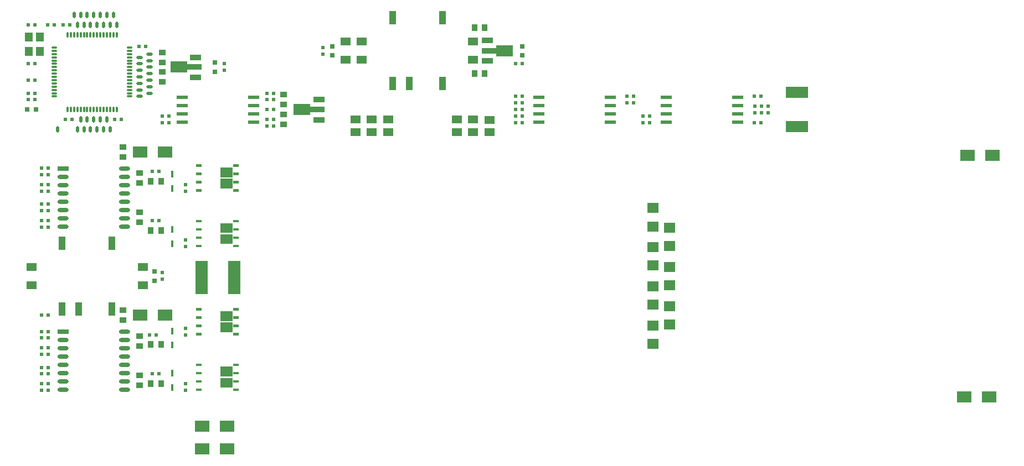
<source format=gtp>
G04*
G04 #@! TF.GenerationSoftware,Altium Limited,Altium Designer,18.1.7 (191)*
G04*
G04 Layer_Color=8421504*
%FSLAX44Y44*%
%MOMM*%
G71*
G01*
G75*
%ADD15R,0.6000X0.6000*%
%ADD16R,0.8000X0.8000*%
%ADD17R,0.6000X0.6000*%
%ADD18R,2.2000X1.8000*%
%ADD19R,1.8500X5.2000*%
%ADD20R,3.4000X1.8000*%
%ADD21R,0.9800X0.9300*%
%ADD22R,1.5000X1.2000*%
%ADD23R,1.8000X0.6000*%
%ADD24R,1.8000X1.6000*%
%ADD25R,1.0000X2.1000*%
%ADD26R,1.2000X1.4000*%
%ADD27R,1.7000X0.6500*%
%ADD28O,1.7000X0.6500*%
%ADD29R,2.6000X1.7000*%
%ADD30R,1.7000X0.9000*%
%ADD31R,2.5000X0.9000*%
G04:AMPARAMS|DCode=32|XSize=0.3mm|YSize=0.8mm|CornerRadius=0.075mm|HoleSize=0mm|Usage=FLASHONLY|Rotation=180.000|XOffset=0mm|YOffset=0mm|HoleType=Round|Shape=RoundedRectangle|*
%AMROUNDEDRECTD32*
21,1,0.3000,0.6500,0,0,180.0*
21,1,0.1500,0.8000,0,0,180.0*
1,1,0.1500,-0.0750,0.3250*
1,1,0.1500,0.0750,0.3250*
1,1,0.1500,0.0750,-0.3250*
1,1,0.1500,-0.0750,-0.3250*
%
%ADD32ROUNDEDRECTD32*%
G04:AMPARAMS|DCode=33|XSize=0.3mm|YSize=0.8mm|CornerRadius=0.075mm|HoleSize=0mm|Usage=FLASHONLY|Rotation=90.000|XOffset=0mm|YOffset=0mm|HoleType=Round|Shape=RoundedRectangle|*
%AMROUNDEDRECTD33*
21,1,0.3000,0.6500,0,0,90.0*
21,1,0.1500,0.8000,0,0,90.0*
1,1,0.1500,0.3250,0.0750*
1,1,0.1500,0.3250,-0.0750*
1,1,0.1500,-0.3250,-0.0750*
1,1,0.1500,-0.3250,0.0750*
%
%ADD33ROUNDEDRECTD33*%
%ADD34R,0.8000X0.8000*%
%ADD35O,0.5000X1.0000*%
%ADD36O,1.0000X0.5000*%
%ADD37R,1.5000X1.3000*%
%ADD38R,0.4500X1.0000*%
%ADD39R,0.9300X0.9800*%
G36*
X851780Y367050D02*
X843530D01*
Y371050D01*
X851780D01*
Y367050D01*
D02*
G37*
G36*
X794520D02*
X786270D01*
Y371050D01*
X794520D01*
Y367050D01*
D02*
G37*
G36*
X851780Y354350D02*
X843530D01*
Y358350D01*
X851780D01*
Y354350D01*
D02*
G37*
G36*
X794520D02*
X786270D01*
Y358350D01*
X794520D01*
Y354350D01*
D02*
G37*
G36*
X842275Y351000D02*
X823275D01*
Y366000D01*
X842275D01*
Y351000D01*
D02*
G37*
G36*
X851780Y341650D02*
X843530D01*
Y345650D01*
X851780D01*
Y341650D01*
D02*
G37*
G36*
X794520D02*
X786270D01*
Y345650D01*
X794520D01*
Y341650D01*
D02*
G37*
G36*
X842275Y334000D02*
X823275D01*
Y349000D01*
X842275D01*
Y334000D01*
D02*
G37*
G36*
X851780Y328950D02*
X843530D01*
Y332950D01*
X851780D01*
Y328950D01*
D02*
G37*
G36*
X794520D02*
X786270D01*
Y332950D01*
X794520D01*
Y328950D01*
D02*
G37*
G36*
X851780Y452050D02*
X843530D01*
Y456050D01*
X851780D01*
Y452050D01*
D02*
G37*
G36*
X794520D02*
X786270D01*
Y456050D01*
X794520D01*
Y452050D01*
D02*
G37*
G36*
X851780Y439350D02*
X843530D01*
Y443350D01*
X851780D01*
Y439350D01*
D02*
G37*
G36*
X794520D02*
X786270D01*
Y443350D01*
X794520D01*
Y439350D01*
D02*
G37*
G36*
X842275Y436000D02*
X823275D01*
Y451000D01*
X842275D01*
Y436000D01*
D02*
G37*
G36*
X851780Y426650D02*
X843530D01*
Y430650D01*
X851780D01*
Y426650D01*
D02*
G37*
G36*
X794520D02*
X786270D01*
Y430650D01*
X794520D01*
Y426650D01*
D02*
G37*
G36*
X842275Y419000D02*
X823275D01*
Y434000D01*
X842275D01*
Y419000D01*
D02*
G37*
G36*
X851780Y413950D02*
X843530D01*
Y417950D01*
X851780D01*
Y413950D01*
D02*
G37*
G36*
X794520D02*
X786270D01*
Y417950D01*
X794520D01*
Y413950D01*
D02*
G37*
G36*
X851780Y587050D02*
X843530D01*
Y591050D01*
X851780D01*
Y587050D01*
D02*
G37*
G36*
X794520D02*
X786270D01*
Y591050D01*
X794520D01*
Y587050D01*
D02*
G37*
G36*
X851780Y574350D02*
X843530D01*
Y578350D01*
X851780D01*
Y574350D01*
D02*
G37*
G36*
X794520D02*
X786270D01*
Y578350D01*
X794520D01*
Y574350D01*
D02*
G37*
G36*
X842275Y571000D02*
X823275D01*
Y586000D01*
X842275D01*
Y571000D01*
D02*
G37*
G36*
X851780Y561650D02*
X843530D01*
Y565650D01*
X851780D01*
Y561650D01*
D02*
G37*
G36*
X794520D02*
X786270D01*
Y565650D01*
X794520D01*
Y561650D01*
D02*
G37*
G36*
X842275Y554000D02*
X823275D01*
Y569000D01*
X842275D01*
Y554000D01*
D02*
G37*
G36*
X851780Y548950D02*
X843530D01*
Y552950D01*
X851780D01*
Y548950D01*
D02*
G37*
G36*
X794520D02*
X786270D01*
Y552950D01*
X794520D01*
Y548950D01*
D02*
G37*
G36*
X851780Y672050D02*
X843530D01*
Y676050D01*
X851780D01*
Y672050D01*
D02*
G37*
G36*
X794520D02*
X786270D01*
Y676050D01*
X794520D01*
Y672050D01*
D02*
G37*
G36*
X851780Y659350D02*
X843530D01*
Y663350D01*
X851780D01*
Y659350D01*
D02*
G37*
G36*
X794520D02*
X786270D01*
Y663350D01*
X794520D01*
Y659350D01*
D02*
G37*
G36*
X842275Y656000D02*
X823275D01*
Y671000D01*
X842275D01*
Y656000D01*
D02*
G37*
G36*
X851780Y646650D02*
X843530D01*
Y650650D01*
X851780D01*
Y646650D01*
D02*
G37*
G36*
X794520D02*
X786270D01*
Y650650D01*
X794520D01*
Y646650D01*
D02*
G37*
G36*
X842275Y639000D02*
X823275D01*
Y654000D01*
X842275D01*
Y639000D01*
D02*
G37*
G36*
X851780Y633950D02*
X843530D01*
Y637950D01*
X851780D01*
Y633950D01*
D02*
G37*
G36*
X794520D02*
X786270D01*
Y637950D01*
X794520D01*
Y633950D01*
D02*
G37*
D15*
X830000Y819920D02*
D03*
Y830080D02*
D03*
X980000Y844920D02*
D03*
Y855080D02*
D03*
X735000Y510080D02*
D03*
Y499920D02*
D03*
X770000Y329920D02*
D03*
Y340080D02*
D03*
Y414920D02*
D03*
Y425080D02*
D03*
Y549920D02*
D03*
Y560080D02*
D03*
Y634920D02*
D03*
Y645080D02*
D03*
X735000Y750080D02*
D03*
Y739920D02*
D03*
X745000Y750080D02*
D03*
Y739920D02*
D03*
X1641000Y765080D02*
D03*
Y754920D02*
D03*
D16*
X815000Y832000D02*
D03*
Y818000D02*
D03*
X995000Y857000D02*
D03*
Y843000D02*
D03*
X723000Y512000D02*
D03*
Y498000D02*
D03*
X1285000Y843000D02*
D03*
Y857000D02*
D03*
D17*
X1285080Y830000D02*
D03*
X1274920D02*
D03*
X529920Y775000D02*
D03*
X540080D02*
D03*
X730080Y355000D02*
D03*
X719920D02*
D03*
X725080Y415000D02*
D03*
X714920D02*
D03*
X730080Y590000D02*
D03*
X719920D02*
D03*
X730080Y665000D02*
D03*
X719920D02*
D03*
X1274920Y760000D02*
D03*
X1285080D02*
D03*
Y740000D02*
D03*
X1274920D02*
D03*
X1661080Y765000D02*
D03*
X1650920D02*
D03*
X1661080Y755000D02*
D03*
X1650920D02*
D03*
X1469920Y740000D02*
D03*
X1480080D02*
D03*
X1470000Y750000D02*
D03*
X1480160D02*
D03*
X1455080Y770000D02*
D03*
X1444920D02*
D03*
X1455080Y780000D02*
D03*
X1444920D02*
D03*
X1639920D02*
D03*
X1650080D02*
D03*
Y740000D02*
D03*
X1639920D02*
D03*
X1274920Y780000D02*
D03*
X1285080D02*
D03*
Y770000D02*
D03*
X1274920D02*
D03*
X905080Y735000D02*
D03*
X894920D02*
D03*
X905080Y745000D02*
D03*
X894920D02*
D03*
Y785000D02*
D03*
X905080D02*
D03*
X905080Y760000D02*
D03*
X894920D02*
D03*
X894920Y775000D02*
D03*
X905080D02*
D03*
X1285080Y750000D02*
D03*
X1274920D02*
D03*
X529920Y805000D02*
D03*
X540080D02*
D03*
X593080Y890000D02*
D03*
X582920D02*
D03*
X559920D02*
D03*
X570080D02*
D03*
X529920Y785000D02*
D03*
X540080D02*
D03*
X586920Y745000D02*
D03*
X597080D02*
D03*
X709080Y857000D02*
D03*
X698920D02*
D03*
X661920Y745000D02*
D03*
X672080D02*
D03*
X540080Y890000D02*
D03*
X529920D02*
D03*
Y830000D02*
D03*
X540080D02*
D03*
X560080Y330000D02*
D03*
X549920D02*
D03*
X560080Y340000D02*
D03*
X549920D02*
D03*
X560080Y445000D02*
D03*
X549920D02*
D03*
X560080Y385000D02*
D03*
X549920D02*
D03*
X560080Y410000D02*
D03*
X549920D02*
D03*
Y420000D02*
D03*
X560080D02*
D03*
X549920Y355000D02*
D03*
X560080D02*
D03*
Y365000D02*
D03*
X549920D02*
D03*
X560080Y590000D02*
D03*
X549920D02*
D03*
X560080Y580000D02*
D03*
X549920D02*
D03*
Y605000D02*
D03*
X560080D02*
D03*
X549920Y615000D02*
D03*
X560080D02*
D03*
Y670000D02*
D03*
X549920D02*
D03*
Y660000D02*
D03*
X560080D02*
D03*
Y635000D02*
D03*
X549920D02*
D03*
Y395000D02*
D03*
X560080D02*
D03*
X549920Y645000D02*
D03*
X560080D02*
D03*
D18*
X796000Y240000D02*
D03*
X834000D02*
D03*
X796000Y275000D02*
D03*
X834000D02*
D03*
X1966000Y690000D02*
D03*
X2004000D02*
D03*
X1961000Y320000D02*
D03*
X1999000D02*
D03*
X739000Y445000D02*
D03*
X701000D02*
D03*
X739000Y695000D02*
D03*
X701000D02*
D03*
D19*
X794750Y502500D02*
D03*
X845250D02*
D03*
D20*
X1705000Y786000D02*
D03*
Y734000D02*
D03*
D21*
X735000Y802300D02*
D03*
Y817700D02*
D03*
X700000Y602700D02*
D03*
Y587300D02*
D03*
Y352700D02*
D03*
Y337300D02*
D03*
Y412700D02*
D03*
Y397300D02*
D03*
Y662700D02*
D03*
Y647300D02*
D03*
X675000Y452700D02*
D03*
Y437300D02*
D03*
Y687300D02*
D03*
Y702700D02*
D03*
X735000Y847700D02*
D03*
Y832300D02*
D03*
X920000Y737300D02*
D03*
Y752700D02*
D03*
Y782700D02*
D03*
Y767300D02*
D03*
D22*
X1015000Y863954D02*
D03*
Y836046D02*
D03*
X1040000Y863954D02*
D03*
Y836046D02*
D03*
X535000Y518954D02*
D03*
Y491046D02*
D03*
X1210000Y836046D02*
D03*
Y863954D02*
D03*
X705000Y518954D02*
D03*
Y491046D02*
D03*
D23*
X765500Y779050D02*
D03*
Y766350D02*
D03*
Y740950D02*
D03*
Y753650D02*
D03*
X874500Y779050D02*
D03*
Y766350D02*
D03*
Y740950D02*
D03*
Y753650D02*
D03*
X1505500Y779050D02*
D03*
Y766350D02*
D03*
Y740950D02*
D03*
Y753650D02*
D03*
X1614500Y779050D02*
D03*
Y766350D02*
D03*
Y740950D02*
D03*
Y753650D02*
D03*
X1419500Y740950D02*
D03*
Y753650D02*
D03*
Y779050D02*
D03*
Y766350D02*
D03*
X1310500Y740950D02*
D03*
Y753650D02*
D03*
Y779050D02*
D03*
Y766350D02*
D03*
D24*
X1485000Y401000D02*
D03*
Y429000D02*
D03*
Y521000D02*
D03*
Y549000D02*
D03*
X1510000Y431000D02*
D03*
Y459000D02*
D03*
Y551000D02*
D03*
Y579000D02*
D03*
X1485000Y461000D02*
D03*
Y489000D02*
D03*
Y581000D02*
D03*
Y609000D02*
D03*
X1510000Y491000D02*
D03*
Y519000D02*
D03*
D25*
X1086900Y799500D02*
D03*
X1112300D02*
D03*
X1163100D02*
D03*
Y900500D02*
D03*
X1086900D02*
D03*
X581900Y454500D02*
D03*
X607300D02*
D03*
X658100D02*
D03*
Y555500D02*
D03*
X581900D02*
D03*
D26*
X548000Y871000D02*
D03*
X531000D02*
D03*
Y849000D02*
D03*
X548000D02*
D03*
D27*
X583100Y419550D02*
D03*
Y669550D02*
D03*
D28*
Y406850D02*
D03*
Y394150D02*
D03*
Y381450D02*
D03*
Y343350D02*
D03*
Y356050D02*
D03*
Y368750D02*
D03*
Y330650D02*
D03*
X676900D02*
D03*
Y368750D02*
D03*
Y356050D02*
D03*
Y343350D02*
D03*
Y381450D02*
D03*
Y394150D02*
D03*
Y406850D02*
D03*
Y419550D02*
D03*
X583100Y656850D02*
D03*
Y644150D02*
D03*
Y631450D02*
D03*
Y593350D02*
D03*
Y606050D02*
D03*
Y618750D02*
D03*
Y580650D02*
D03*
X676900D02*
D03*
Y618750D02*
D03*
Y606050D02*
D03*
Y593350D02*
D03*
Y631450D02*
D03*
Y644150D02*
D03*
Y656850D02*
D03*
Y669550D02*
D03*
D29*
X760000Y825000D02*
D03*
X1258000Y850000D02*
D03*
X948000Y760000D02*
D03*
D30*
X786000Y840000D02*
D03*
Y809000D02*
D03*
X1232000Y835000D02*
D03*
Y866000D02*
D03*
X974000Y775000D02*
D03*
Y744000D02*
D03*
D31*
X782000Y825000D02*
D03*
X1236000Y850000D02*
D03*
X970000Y760000D02*
D03*
D32*
X665000Y874500D02*
D03*
X660000D02*
D03*
X655000D02*
D03*
X650000D02*
D03*
X645000D02*
D03*
X640000D02*
D03*
X635000D02*
D03*
X630000D02*
D03*
X625000D02*
D03*
X620000D02*
D03*
X615000D02*
D03*
X610000D02*
D03*
X605000D02*
D03*
X600000D02*
D03*
X595000D02*
D03*
X590000D02*
D03*
X665000Y760500D02*
D03*
X660000D02*
D03*
X655000D02*
D03*
X650000D02*
D03*
X645000D02*
D03*
X640000D02*
D03*
X635000D02*
D03*
X630000D02*
D03*
X625000D02*
D03*
X620000D02*
D03*
X615000D02*
D03*
X610000D02*
D03*
X605000D02*
D03*
X600000D02*
D03*
X595000D02*
D03*
X590000D02*
D03*
D33*
X684500Y780000D02*
D03*
Y785000D02*
D03*
Y790000D02*
D03*
Y795000D02*
D03*
Y800000D02*
D03*
Y805000D02*
D03*
Y810000D02*
D03*
Y815000D02*
D03*
Y820000D02*
D03*
Y825000D02*
D03*
Y830000D02*
D03*
Y835000D02*
D03*
Y840000D02*
D03*
Y845000D02*
D03*
Y850000D02*
D03*
Y855000D02*
D03*
X570080Y780000D02*
D03*
Y785000D02*
D03*
Y790000D02*
D03*
Y795000D02*
D03*
Y800000D02*
D03*
Y805000D02*
D03*
Y810000D02*
D03*
Y815000D02*
D03*
Y820000D02*
D03*
Y825000D02*
D03*
Y830000D02*
D03*
Y835000D02*
D03*
Y840000D02*
D03*
Y845000D02*
D03*
Y850000D02*
D03*
Y855000D02*
D03*
D34*
X542000Y760000D02*
D03*
X528000D02*
D03*
D35*
X575000Y730000D02*
D03*
X655000Y730000D02*
D03*
X665000Y890000D02*
D03*
X600000Y905000D02*
D03*
X605000Y730000D02*
D03*
X610000Y745000D02*
D03*
X615000Y730000D02*
D03*
X620000Y745000D02*
D03*
X625000Y730000D02*
D03*
X630000Y745000D02*
D03*
X635000Y730000D02*
D03*
X640000Y745000D02*
D03*
X645000Y730000D02*
D03*
X650000Y745000D02*
D03*
X610000Y905000D02*
D03*
X620000D02*
D03*
X630000D02*
D03*
X635000Y890000D02*
D03*
X625000D02*
D03*
X615000D02*
D03*
X605000D02*
D03*
X640000Y905000D02*
D03*
X645000Y890000D02*
D03*
X650000Y905000D02*
D03*
X655000Y890000D02*
D03*
X660000Y905000D02*
D03*
D36*
X715000Y845000D02*
D03*
X700000Y780000D02*
D03*
X715000Y785000D02*
D03*
X700000Y790000D02*
D03*
X715000Y795000D02*
D03*
X700000Y800000D02*
D03*
X715000Y805000D02*
D03*
X700000Y810000D02*
D03*
X715000Y815000D02*
D03*
X700000Y820000D02*
D03*
X715000Y825000D02*
D03*
X700000Y830000D02*
D03*
X715000Y835000D02*
D03*
X700000Y840000D02*
D03*
D37*
X1185000Y744500D02*
D03*
Y725500D02*
D03*
X1210000Y725500D02*
D03*
Y744500D02*
D03*
X1235000Y744000D02*
D03*
Y725000D02*
D03*
X1080000Y744500D02*
D03*
Y725500D02*
D03*
X1055000Y725500D02*
D03*
Y744500D02*
D03*
X1030000Y744500D02*
D03*
Y725500D02*
D03*
D38*
X750000Y421000D02*
D03*
Y399000D02*
D03*
Y576000D02*
D03*
Y554000D02*
D03*
Y661000D02*
D03*
Y639000D02*
D03*
Y356000D02*
D03*
Y334000D02*
D03*
D39*
X717300Y340000D02*
D03*
X732700D02*
D03*
X717300Y400000D02*
D03*
X732700D02*
D03*
X717300Y575000D02*
D03*
X732700D02*
D03*
X717300Y650000D02*
D03*
X732700D02*
D03*
X1227700Y885000D02*
D03*
X1212300D02*
D03*
X1212300Y815000D02*
D03*
X1227700D02*
D03*
M02*

</source>
